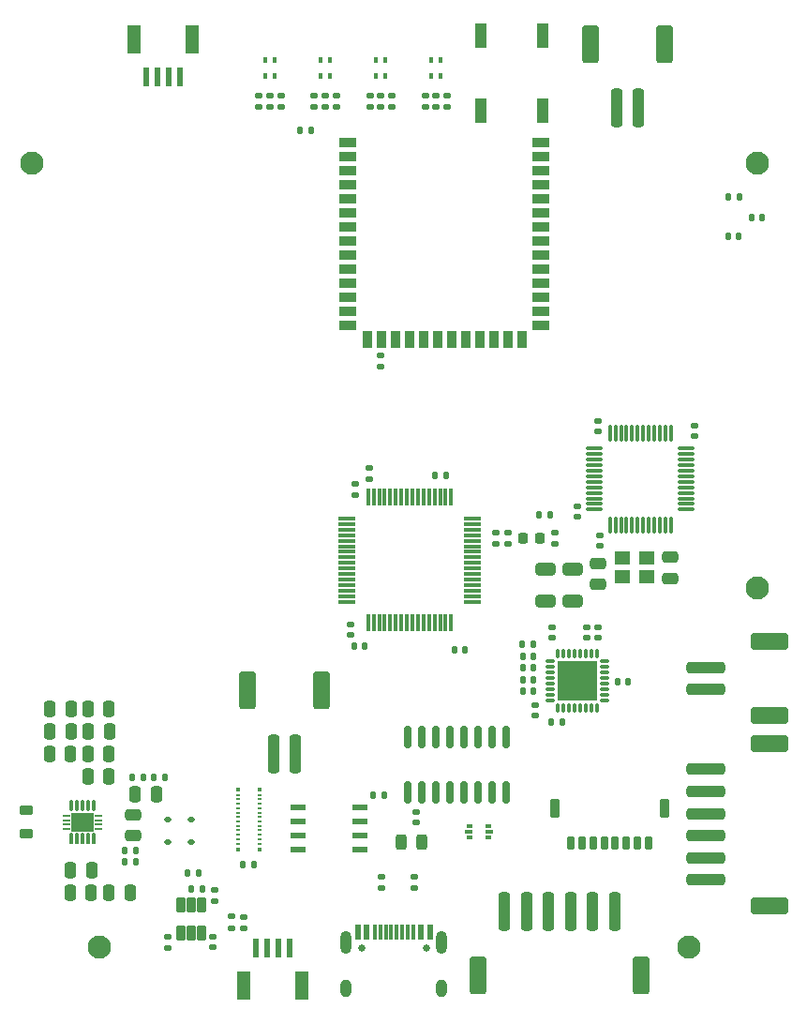
<source format=gbr>
%TF.GenerationSoftware,KiCad,Pcbnew,7.0.5*%
%TF.CreationDate,2023-12-05T08:46:21-08:00*%
%TF.ProjectId,EV10 Board Design,45563130-2042-46f6-9172-642044657369,EV9*%
%TF.SameCoordinates,Original*%
%TF.FileFunction,Soldermask,Top*%
%TF.FilePolarity,Negative*%
%FSLAX46Y46*%
G04 Gerber Fmt 4.6, Leading zero omitted, Abs format (unit mm)*
G04 Created by KiCad (PCBNEW 7.0.5) date 2023-12-05 08:46:21*
%MOMM*%
%LPD*%
G01*
G04 APERTURE LIST*
G04 Aperture macros list*
%AMRoundRect*
0 Rectangle with rounded corners*
0 $1 Rounding radius*
0 $2 $3 $4 $5 $6 $7 $8 $9 X,Y pos of 4 corners*
0 Add a 4 corners polygon primitive as box body*
4,1,4,$2,$3,$4,$5,$6,$7,$8,$9,$2,$3,0*
0 Add four circle primitives for the rounded corners*
1,1,$1+$1,$2,$3*
1,1,$1+$1,$4,$5*
1,1,$1+$1,$6,$7*
1,1,$1+$1,$8,$9*
0 Add four rect primitives between the rounded corners*
20,1,$1+$1,$2,$3,$4,$5,0*
20,1,$1+$1,$4,$5,$6,$7,0*
20,1,$1+$1,$6,$7,$8,$9,0*
20,1,$1+$1,$8,$9,$2,$3,0*%
G04 Aperture macros list end*
%ADD10RoundRect,0.250000X0.250000X0.475000X-0.250000X0.475000X-0.250000X-0.475000X0.250000X-0.475000X0*%
%ADD11RoundRect,0.140000X-0.170000X0.140000X-0.170000X-0.140000X0.170000X-0.140000X0.170000X0.140000X0*%
%ADD12R,1.422400X0.533400*%
%ADD13RoundRect,0.250000X-0.475000X0.250000X-0.475000X-0.250000X0.475000X-0.250000X0.475000X0.250000X0*%
%ADD14RoundRect,0.140000X-0.140000X-0.170000X0.140000X-0.170000X0.140000X0.170000X-0.140000X0.170000X0*%
%ADD15RoundRect,0.250000X-0.250000X-0.475000X0.250000X-0.475000X0.250000X0.475000X-0.250000X0.475000X0*%
%ADD16RoundRect,0.075000X0.075000X-0.662500X0.075000X0.662500X-0.075000X0.662500X-0.075000X-0.662500X0*%
%ADD17RoundRect,0.075000X0.662500X-0.075000X0.662500X0.075000X-0.662500X0.075000X-0.662500X-0.075000X0*%
%ADD18RoundRect,0.135000X0.135000X0.185000X-0.135000X0.185000X-0.135000X-0.185000X0.135000X-0.185000X0*%
%ADD19RoundRect,0.140000X0.140000X0.170000X-0.140000X0.170000X-0.140000X-0.170000X0.140000X-0.170000X0*%
%ADD20RoundRect,0.140000X0.170000X-0.140000X0.170000X0.140000X-0.170000X0.140000X-0.170000X-0.140000X0*%
%ADD21RoundRect,0.135000X-0.185000X0.135000X-0.185000X-0.135000X0.185000X-0.135000X0.185000X0.135000X0*%
%ADD22RoundRect,0.135000X-0.135000X-0.185000X0.135000X-0.185000X0.135000X0.185000X-0.135000X0.185000X0*%
%ADD23RoundRect,0.150000X0.150000X0.475000X-0.150000X0.475000X-0.150000X-0.475000X0.150000X-0.475000X0*%
%ADD24RoundRect,0.225000X0.225000X0.625000X-0.225000X0.625000X-0.225000X-0.625000X0.225000X-0.625000X0*%
%ADD25RoundRect,0.250000X1.500000X-0.250000X1.500000X0.250000X-1.500000X0.250000X-1.500000X-0.250000X0*%
%ADD26RoundRect,0.250001X1.449999X-0.499999X1.449999X0.499999X-1.449999X0.499999X-1.449999X-0.499999X0*%
%ADD27R,0.400000X0.410000*%
%ADD28R,0.400000X0.200000*%
%ADD29RoundRect,0.075000X0.700000X0.075000X-0.700000X0.075000X-0.700000X-0.075000X0.700000X-0.075000X0*%
%ADD30RoundRect,0.075000X0.075000X0.700000X-0.075000X0.700000X-0.075000X-0.700000X0.075000X-0.700000X0*%
%ADD31RoundRect,0.250000X0.250000X1.500000X-0.250000X1.500000X-0.250000X-1.500000X0.250000X-1.500000X0*%
%ADD32RoundRect,0.250001X0.499999X1.449999X-0.499999X1.449999X-0.499999X-1.449999X0.499999X-1.449999X0*%
%ADD33RoundRect,0.243750X-0.243750X-0.456250X0.243750X-0.456250X0.243750X0.456250X-0.243750X0.456250X0*%
%ADD34R,0.500000X1.700000*%
%ADD35R,1.200000X2.500000*%
%ADD36RoundRect,0.218750X-0.218750X-0.256250X0.218750X-0.256250X0.218750X0.256250X-0.218750X0.256250X0*%
%ADD37RoundRect,0.142600X-0.249400X0.564400X-0.249400X-0.564400X0.249400X-0.564400X0.249400X0.564400X0*%
%ADD38RoundRect,0.135000X0.185000X-0.135000X0.185000X0.135000X-0.185000X0.135000X-0.185000X-0.135000X0*%
%ADD39C,2.100000*%
%ADD40R,1.120000X2.160000*%
%ADD41RoundRect,0.250000X0.650000X-0.325000X0.650000X0.325000X-0.650000X0.325000X-0.650000X-0.325000X0*%
%ADD42RoundRect,0.112500X-0.187500X-0.112500X0.187500X-0.112500X0.187500X0.112500X-0.187500X0.112500X0*%
%ADD43RoundRect,0.218750X0.381250X-0.218750X0.381250X0.218750X-0.381250X0.218750X-0.381250X-0.218750X0*%
%ADD44RoundRect,0.007500X-0.372500X-0.117500X0.372500X-0.117500X0.372500X0.117500X-0.372500X0.117500X0*%
%ADD45RoundRect,0.007500X0.117500X-0.372500X0.117500X0.372500X-0.117500X0.372500X-0.117500X-0.372500X0*%
%ADD46R,3.650000X3.650000*%
%ADD47RoundRect,0.250000X0.475000X-0.250000X0.475000X0.250000X-0.475000X0.250000X-0.475000X-0.250000X0*%
%ADD48R,0.400000X0.600000*%
%ADD49RoundRect,0.150000X0.150000X-0.825000X0.150000X0.825000X-0.150000X0.825000X-0.150000X-0.825000X0*%
%ADD50R,1.500000X0.900000*%
%ADD51R,0.900000X1.500000*%
%ADD52RoundRect,0.250000X-0.250000X-1.500000X0.250000X-1.500000X0.250000X1.500000X-0.250000X1.500000X0*%
%ADD53RoundRect,0.250001X-0.499999X-1.449999X0.499999X-1.449999X0.499999X1.449999X-0.499999X1.449999X0*%
%ADD54C,0.650000*%
%ADD55R,0.600000X1.450000*%
%ADD56R,0.300000X1.450000*%
%ADD57O,1.000000X2.100000*%
%ADD58O,1.000000X1.600000*%
%ADD59R,0.500000X0.375000*%
%ADD60R,0.650000X0.300000*%
%ADD61RoundRect,0.070000X0.140000X-0.140000X0.140000X0.140000X-0.140000X0.140000X-0.140000X-0.140000X0*%
%ADD62O,0.420000X0.990000*%
%ADD63R,0.600000X0.230000*%
%ADD64R,0.700000X0.250000*%
%ADD65C,0.600000*%
%ADD66R,0.900000X0.650000*%
%ADD67R,2.150000X1.700000*%
%ADD68R,1.400000X1.200000*%
G04 APERTURE END LIST*
D10*
%TO.C,C45*%
X121100000Y-118870000D03*
X119200000Y-118870000D03*
%TD*%
D11*
%TO.C,C13*%
X146380000Y-111220000D03*
X146380000Y-112180000D03*
%TD*%
D12*
%TO.C,CR1*%
X141606000Y-127795000D03*
X141606000Y-129065000D03*
X141606000Y-130335000D03*
X141606000Y-131605000D03*
X147194000Y-131605000D03*
X147194000Y-130335000D03*
X147194000Y-129065000D03*
X147194000Y-127795000D03*
%TD*%
D11*
%TO.C,C1*%
X133900000Y-139430000D03*
X133900000Y-140390000D03*
%TD*%
D13*
%TO.C,C40*%
X126680000Y-128440000D03*
X126680000Y-130340000D03*
%TD*%
D14*
%TO.C,C22*%
X146660000Y-113240000D03*
X147620000Y-113240000D03*
%TD*%
D15*
%TO.C,C39*%
X124550000Y-135460000D03*
X126450000Y-135460000D03*
%TD*%
D16*
%TO.C,U5*%
X169787500Y-102287500D03*
X170287500Y-102287500D03*
X170787500Y-102287500D03*
X171287500Y-102287500D03*
X171787500Y-102287500D03*
X172287500Y-102287500D03*
X172787500Y-102287500D03*
X173287500Y-102287500D03*
X173787500Y-102287500D03*
X174287500Y-102287500D03*
X174787500Y-102287500D03*
X175287500Y-102287500D03*
D17*
X176700000Y-100875000D03*
X176700000Y-100375000D03*
X176700000Y-99875000D03*
X176700000Y-99375000D03*
X176700000Y-98875000D03*
X176700000Y-98375000D03*
X176700000Y-97875000D03*
X176700000Y-97375000D03*
X176700000Y-96875000D03*
X176700000Y-96375000D03*
X176700000Y-95875000D03*
X176700000Y-95375000D03*
D16*
X175287500Y-93962500D03*
X174787500Y-93962500D03*
X174287500Y-93962500D03*
X173787500Y-93962500D03*
X173287500Y-93962500D03*
X172787500Y-93962500D03*
X172287500Y-93962500D03*
X171787500Y-93962500D03*
X171287500Y-93962500D03*
X170787500Y-93962500D03*
X170287500Y-93962500D03*
X169787500Y-93962500D03*
D17*
X168375000Y-95375000D03*
X168375000Y-95875000D03*
X168375000Y-96375000D03*
X168375000Y-96875000D03*
X168375000Y-97375000D03*
X168375000Y-97875000D03*
X168375000Y-98375000D03*
X168375000Y-98875000D03*
X168375000Y-99375000D03*
X168375000Y-99875000D03*
X168375000Y-100375000D03*
X168375000Y-100875000D03*
%TD*%
D18*
%TO.C,R1*%
X126970000Y-132660000D03*
X125950000Y-132660000D03*
%TD*%
D10*
%TO.C,C38*%
X122940000Y-135470000D03*
X121040000Y-135470000D03*
%TD*%
D18*
%TO.C,R20*%
X129600000Y-125060000D03*
X128580000Y-125060000D03*
%TD*%
D19*
%TO.C,C33*%
X149380000Y-126700000D03*
X148420000Y-126700000D03*
%TD*%
D15*
%TO.C,C42*%
X122620000Y-124960000D03*
X124520000Y-124960000D03*
%TD*%
D20*
%TO.C,C14*%
X146770000Y-99530000D03*
X146770000Y-98570000D03*
%TD*%
D13*
%TO.C,C4*%
X168737500Y-105725000D03*
X168737500Y-107625000D03*
%TD*%
D20*
%TO.C,C3*%
X168737500Y-112455000D03*
X168737500Y-111495000D03*
%TD*%
D21*
%TO.C,R3*%
X149137500Y-134010000D03*
X149137500Y-135030000D03*
%TD*%
D22*
%TO.C,R5*%
X163380000Y-101360000D03*
X164400000Y-101360000D03*
%TD*%
D18*
%TO.C,R10*%
X181482000Y-72636000D03*
X180462000Y-72636000D03*
%TD*%
D23*
%TO.C,J10*%
X173270000Y-130965000D03*
X172270000Y-130965000D03*
X171270000Y-130965000D03*
X170270000Y-130965000D03*
X169270000Y-130965000D03*
X168270000Y-130965000D03*
X167270000Y-130965000D03*
X166270000Y-130965000D03*
D24*
X174720000Y-127840000D03*
X164820000Y-127840000D03*
%TD*%
D25*
%TO.C,J8*%
X178437500Y-134325000D03*
X178437500Y-132325000D03*
X178437500Y-130325000D03*
X178437500Y-128325000D03*
X178437500Y-126325000D03*
X178437500Y-124325000D03*
D26*
X184187500Y-136675000D03*
X184187500Y-121975000D03*
%TD*%
D27*
%TO.C,U13*%
X136227500Y-131540000D03*
D28*
X136227500Y-131035000D03*
X136227500Y-130635000D03*
X136227500Y-130232924D03*
X136227500Y-129835000D03*
X136227500Y-129435000D03*
X136227500Y-129035000D03*
X136227500Y-128635000D03*
X136227500Y-128235000D03*
X136227500Y-127835000D03*
X136227500Y-127435000D03*
X136227500Y-127035000D03*
X136227500Y-126635000D03*
D27*
X136227500Y-126130000D03*
X138107500Y-126130000D03*
D28*
X138107500Y-126635000D03*
X138107500Y-127035000D03*
X138107500Y-127435000D03*
X138107500Y-127835000D03*
X138107500Y-128235000D03*
X138107500Y-128635000D03*
X138107500Y-129035000D03*
X138107500Y-129435000D03*
X138107500Y-129835000D03*
X138107500Y-130232924D03*
X138107500Y-130635000D03*
X138107500Y-131035000D03*
D27*
X138107500Y-131540000D03*
%TD*%
D29*
%TO.C,U1*%
X157370000Y-109190000D03*
X157370000Y-108690000D03*
X157370000Y-108190000D03*
X157370000Y-107690000D03*
X157370000Y-107190000D03*
X157370000Y-106690000D03*
X157370000Y-106190000D03*
X157370000Y-105690000D03*
X157370000Y-105190000D03*
X157370000Y-104690000D03*
X157370000Y-104190000D03*
X157370000Y-103690000D03*
X157370000Y-103190000D03*
X157370000Y-102690000D03*
X157370000Y-102190000D03*
X157370000Y-101690000D03*
D30*
X155445000Y-99765000D03*
X154945000Y-99765000D03*
X154445000Y-99765000D03*
X153945000Y-99765000D03*
X153445000Y-99765000D03*
X152945000Y-99765000D03*
X152445000Y-99765000D03*
X151945000Y-99765000D03*
X151445000Y-99765000D03*
X150945000Y-99765000D03*
X150445000Y-99765000D03*
X149945000Y-99765000D03*
X149445000Y-99765000D03*
X148945000Y-99765000D03*
X148445000Y-99765000D03*
X147945000Y-99765000D03*
D29*
X146020000Y-101690000D03*
X146020000Y-102190000D03*
X146020000Y-102690000D03*
X146020000Y-103190000D03*
X146020000Y-103690000D03*
X146020000Y-104190000D03*
X146020000Y-104690000D03*
X146020000Y-105190000D03*
X146020000Y-105690000D03*
X146020000Y-106190000D03*
X146020000Y-106690000D03*
X146020000Y-107190000D03*
X146020000Y-107690000D03*
X146020000Y-108190000D03*
X146020000Y-108690000D03*
X146020000Y-109190000D03*
D30*
X147945000Y-111115000D03*
X148445000Y-111115000D03*
X148945000Y-111115000D03*
X149445000Y-111115000D03*
X149945000Y-111115000D03*
X150445000Y-111115000D03*
X150945000Y-111115000D03*
X151445000Y-111115000D03*
X151945000Y-111115000D03*
X152445000Y-111115000D03*
X152945000Y-111115000D03*
X153445000Y-111115000D03*
X153945000Y-111115000D03*
X154445000Y-111115000D03*
X154945000Y-111115000D03*
X155445000Y-111115000D03*
%TD*%
D20*
%TO.C,C16*%
X163037500Y-119505000D03*
X163037500Y-118545000D03*
%TD*%
D31*
%TO.C,J1*%
X141400000Y-122950000D03*
X139400000Y-122950000D03*
D32*
X143750000Y-117200000D03*
X137050000Y-117200000D03*
%TD*%
D33*
%TO.C,D1*%
X150932500Y-130940000D03*
X152807500Y-130940000D03*
%TD*%
D15*
%TO.C,C48*%
X122660000Y-120890000D03*
X124560000Y-120890000D03*
%TD*%
D34*
%TO.C,J13*%
X130940000Y-61850000D03*
X129940000Y-61850000D03*
X128940000Y-61850000D03*
X127940000Y-61850000D03*
D35*
X132040000Y-58450000D03*
X126840000Y-58450000D03*
%TD*%
D36*
%TO.C,120R1*%
X161912500Y-103425000D03*
X163487500Y-103425000D03*
%TD*%
D37*
%TO.C,U2*%
X132900000Y-136565000D03*
X131950000Y-136565000D03*
X131000000Y-136565000D03*
X131000000Y-139075000D03*
X131950000Y-139075000D03*
X132900000Y-139075000D03*
%TD*%
D38*
%TO.C,R22*%
X134040000Y-136230000D03*
X134040000Y-135210000D03*
%TD*%
%TO.C,R17*%
X154100000Y-64510000D03*
X154100000Y-63490000D03*
%TD*%
D21*
%TO.C,R13*%
X140100000Y-63490000D03*
X140100000Y-64510000D03*
%TD*%
D18*
%TO.C,R19*%
X127650000Y-125060000D03*
X126630000Y-125060000D03*
%TD*%
%TO.C,R4*%
X142810000Y-66600000D03*
X141790000Y-66600000D03*
%TD*%
D39*
%TO.C,REF\u002A\u002A*%
X176937500Y-140345000D03*
%TD*%
D11*
%TO.C,C8*%
X159500000Y-102995000D03*
X159500000Y-103955000D03*
%TD*%
D15*
%TO.C,C46*%
X122650000Y-118860000D03*
X124550000Y-118860000D03*
%TD*%
D22*
%TO.C,R27*%
X131990000Y-135120000D03*
X133010000Y-135120000D03*
%TD*%
D21*
%TO.C,R12*%
X148100000Y-63490000D03*
X148100000Y-64510000D03*
%TD*%
%TO.C,R11*%
X149100000Y-63490000D03*
X149100000Y-64510000D03*
%TD*%
D11*
%TO.C,C21*%
X148080000Y-97140000D03*
X148080000Y-98100000D03*
%TD*%
D40*
%TO.C,SW5*%
X158112000Y-58095000D03*
X158112000Y-64825000D03*
%TD*%
D21*
%TO.C,R6*%
X150100000Y-63490000D03*
X150100000Y-64510000D03*
%TD*%
D38*
%TO.C,R16*%
X155100000Y-64510000D03*
X155100000Y-63490000D03*
%TD*%
D25*
%TO.C,J2*%
X178437500Y-117125000D03*
X178437500Y-115125000D03*
D26*
X184187500Y-119475000D03*
X184187500Y-112775000D03*
%TD*%
D39*
%TO.C,REF\u002A\u002A*%
X183087500Y-107925000D03*
%TD*%
D41*
%TO.C,C29*%
X166437500Y-109180000D03*
X166437500Y-106230000D03*
%TD*%
D14*
%TO.C,C27*%
X161907500Y-117275000D03*
X162867500Y-117275000D03*
%TD*%
D22*
%TO.C,R21*%
X125940000Y-131670000D03*
X126960000Y-131670000D03*
%TD*%
D42*
%TO.C,D2*%
X129832500Y-128830000D03*
X131932500Y-128830000D03*
%TD*%
D11*
%TO.C,C10*%
X164800000Y-102995000D03*
X164800000Y-103955000D03*
%TD*%
D38*
%TO.C,R24*%
X144100000Y-64510000D03*
X144100000Y-63490000D03*
%TD*%
D19*
%TO.C,C36*%
X183520000Y-74500000D03*
X182560000Y-74500000D03*
%TD*%
%TO.C,C35*%
X181452000Y-76192000D03*
X180492000Y-76192000D03*
%TD*%
%TO.C,C12*%
X156690000Y-113530000D03*
X155730000Y-113530000D03*
%TD*%
D38*
%TO.C,R18*%
X153099500Y-64510000D03*
X153099500Y-63490000D03*
%TD*%
D21*
%TO.C,R2*%
X152087500Y-134015000D03*
X152087500Y-135035000D03*
%TD*%
D20*
%TO.C,C25*%
X177437500Y-94255000D03*
X177437500Y-93295000D03*
%TD*%
D38*
%TO.C,R32*%
X149100000Y-88010000D03*
X149100000Y-86990000D03*
%TD*%
D21*
%TO.C,R8*%
X135627500Y-137625000D03*
X135627500Y-138645000D03*
%TD*%
D43*
%TO.C,L1*%
X117030000Y-130102500D03*
X117030000Y-127977500D03*
%TD*%
D14*
%TO.C,C15*%
X164507500Y-120075000D03*
X165467500Y-120075000D03*
%TD*%
D21*
%TO.C,R15*%
X138100000Y-63490000D03*
X138100000Y-64510000D03*
%TD*%
D44*
%TO.C,U6*%
X164365000Y-114575000D03*
X164365000Y-115075000D03*
X164365000Y-115575000D03*
X164365000Y-116075000D03*
X164365000Y-116575000D03*
X164365000Y-117075000D03*
X164365000Y-117575000D03*
X164365000Y-118075000D03*
D45*
X165090000Y-118800000D03*
X165590000Y-118800000D03*
X166090000Y-118800000D03*
X166590000Y-118800000D03*
X167090000Y-118800000D03*
X167590000Y-118800000D03*
X168090000Y-118800000D03*
X168590000Y-118800000D03*
D44*
X169315000Y-118075000D03*
X169315000Y-117575000D03*
X169315000Y-117075000D03*
X169315000Y-116575000D03*
X169315000Y-116075000D03*
X169315000Y-115575000D03*
X169315000Y-115075000D03*
X169315000Y-114575000D03*
D45*
X168590000Y-113850000D03*
X168090000Y-113850000D03*
X167590000Y-113850000D03*
X167090000Y-113850000D03*
X166590000Y-113850000D03*
X166090000Y-113850000D03*
X165590000Y-113850000D03*
X165090000Y-113850000D03*
D46*
X166840000Y-116325000D03*
%TD*%
D47*
%TO.C,C23*%
X175187500Y-107075000D03*
X175187500Y-105175000D03*
%TD*%
D18*
%TO.C,R9*%
X162897500Y-113075000D03*
X161877500Y-113075000D03*
%TD*%
D21*
%TO.C,R14*%
X139100000Y-63490000D03*
X139100000Y-64510000D03*
%TD*%
D41*
%TO.C,C30*%
X164007500Y-109180000D03*
X164007500Y-106230000D03*
%TD*%
D40*
%TO.C,SW4*%
X163700000Y-58095000D03*
X163700000Y-64825000D03*
%TD*%
D48*
%TO.C,D4*%
X153662500Y-61695000D03*
X153662500Y-60295000D03*
X154462500Y-60295000D03*
X154462500Y-61695000D03*
%TD*%
D39*
%TO.C,REF\u002A\u002A*%
X117587500Y-69625000D03*
%TD*%
D42*
%TO.C,D6*%
X129830000Y-130890000D03*
X131930000Y-130890000D03*
%TD*%
D49*
%TO.C,U3*%
X151492500Y-126370000D03*
X152762500Y-126370000D03*
X154032500Y-126370000D03*
X155302500Y-126370000D03*
X156572500Y-126370000D03*
X157842500Y-126370000D03*
X159112500Y-126370000D03*
X160382500Y-126370000D03*
X160382500Y-121420000D03*
X159112500Y-121420000D03*
X157842500Y-121420000D03*
X156572500Y-121420000D03*
X155302500Y-121420000D03*
X154032500Y-121420000D03*
X152762500Y-121420000D03*
X151492500Y-121420000D03*
%TD*%
D38*
%TO.C,R23*%
X145100000Y-64510000D03*
X145100000Y-63490000D03*
%TD*%
D11*
%TO.C,C34*%
X168730000Y-92880000D03*
X168730000Y-93840000D03*
%TD*%
D34*
%TO.C,J7*%
X137840000Y-140470000D03*
X138840000Y-140470000D03*
X139840000Y-140470000D03*
X140840000Y-140470000D03*
D35*
X136740000Y-143870000D03*
X141940000Y-143870000D03*
%TD*%
D18*
%TO.C,R41*%
X137627500Y-132905000D03*
X136607500Y-132905000D03*
%TD*%
D14*
%TO.C,C18*%
X161907500Y-116225000D03*
X162867500Y-116225000D03*
%TD*%
%TO.C,C2*%
X131660000Y-133680000D03*
X132620000Y-133680000D03*
%TD*%
%TO.C,C6*%
X170497500Y-116405000D03*
X171457500Y-116405000D03*
%TD*%
D15*
%TO.C,C41*%
X126910000Y-126610000D03*
X128810000Y-126610000D03*
%TD*%
D48*
%TO.C,D3*%
X138662500Y-61695000D03*
X138662500Y-60295000D03*
X139462500Y-60295000D03*
X139462500Y-61695000D03*
%TD*%
D50*
%TO.C,U11*%
X146075000Y-67740000D03*
X146075000Y-69010000D03*
X146075000Y-70280000D03*
X146075000Y-71550000D03*
X146075000Y-72820000D03*
X146075000Y-74090000D03*
X146075000Y-75360000D03*
X146075000Y-76630000D03*
X146075000Y-77900000D03*
X146075000Y-79170000D03*
X146075000Y-80440000D03*
X146075000Y-81710000D03*
X146075000Y-82980000D03*
X146075000Y-84250000D03*
D51*
X147840000Y-85500000D03*
X149110000Y-85500000D03*
X150380000Y-85500000D03*
X151650000Y-85500000D03*
X152920000Y-85500000D03*
X154190000Y-85500000D03*
X155460000Y-85500000D03*
X156730000Y-85500000D03*
X158000000Y-85500000D03*
X159270000Y-85500000D03*
X160540000Y-85500000D03*
X161810000Y-85500000D03*
D50*
X163575000Y-84250000D03*
X163575000Y-82980000D03*
X163575000Y-81710000D03*
X163575000Y-80440000D03*
X163575000Y-79170000D03*
X163575000Y-77900000D03*
X163575000Y-76630000D03*
X163575000Y-75360000D03*
X163575000Y-74090000D03*
X163575000Y-72820000D03*
X163575000Y-71550000D03*
X163575000Y-70280000D03*
X163575000Y-69010000D03*
X163575000Y-67740000D03*
%TD*%
D21*
%TO.C,R26*%
X129890000Y-139410000D03*
X129890000Y-140430000D03*
%TD*%
D14*
%TO.C,C17*%
X161907500Y-115175000D03*
X162867500Y-115175000D03*
%TD*%
D11*
%TO.C,C7*%
X164537500Y-111495000D03*
X164537500Y-112455000D03*
%TD*%
D52*
%TO.C,J11*%
X160237500Y-137175000D03*
X162237500Y-137175000D03*
X164237500Y-137175000D03*
X166237500Y-137175000D03*
X168237500Y-137175000D03*
X170237500Y-137175000D03*
D53*
X157887500Y-142925000D03*
X172587500Y-142925000D03*
%TD*%
D20*
%TO.C,C32*%
X152297500Y-129135000D03*
X152297500Y-128175000D03*
%TD*%
D11*
%TO.C,C31*%
X167687500Y-111495000D03*
X167687500Y-112455000D03*
%TD*%
D10*
%TO.C,C43*%
X121080000Y-122930000D03*
X119180000Y-122930000D03*
%TD*%
D39*
%TO.C,REF\u002A\u002A*%
X183120000Y-69625000D03*
%TD*%
D11*
%TO.C,C9*%
X160600000Y-102995000D03*
X160600000Y-103955000D03*
%TD*%
%TO.C,C24*%
X168847500Y-103185000D03*
X168847500Y-104145000D03*
%TD*%
D31*
%TO.C,J5*%
X172390000Y-64610000D03*
X170390000Y-64610000D03*
D32*
X174740000Y-58860000D03*
X168040000Y-58860000D03*
%TD*%
D39*
%TO.C,REF\u002A\u002A*%
X123637500Y-140345000D03*
%TD*%
D54*
%TO.C,J9*%
X147397500Y-140446000D03*
X153177500Y-140446000D03*
D55*
X147037500Y-139001000D03*
X147837500Y-139001000D03*
D56*
X149037500Y-139001000D03*
X150037500Y-139001000D03*
X150537500Y-139001000D03*
X151537500Y-139001000D03*
D55*
X152737500Y-139001000D03*
X153537500Y-139001000D03*
X153537500Y-139001000D03*
X152737500Y-139001000D03*
D56*
X152037500Y-139001000D03*
X151037500Y-139001000D03*
X149537500Y-139001000D03*
X148537500Y-139001000D03*
D55*
X147837500Y-139001000D03*
X147037500Y-139001000D03*
D57*
X145967500Y-139916000D03*
D58*
X145967500Y-144096000D03*
D57*
X154607500Y-139916000D03*
D58*
X154607500Y-144096000D03*
%TD*%
D48*
%TO.C,D5*%
X143662500Y-61695000D03*
X143662500Y-60295000D03*
X144462500Y-60295000D03*
X144462500Y-61695000D03*
%TD*%
D14*
%TO.C,C11*%
X154020000Y-97775000D03*
X154980000Y-97775000D03*
%TD*%
D48*
%TO.C,D18*%
X148662500Y-61695000D03*
X148662500Y-60295000D03*
X149462500Y-60295000D03*
X149462500Y-61695000D03*
%TD*%
D59*
%TO.C,U4*%
X157087500Y-129437500D03*
D60*
X157012500Y-129975000D03*
D59*
X157087500Y-130512500D03*
X158787500Y-130512500D03*
D60*
X158862500Y-129975000D03*
D59*
X158787500Y-129437500D03*
%TD*%
D10*
%TO.C,C37*%
X122960000Y-133440000D03*
X121060000Y-133440000D03*
%TD*%
D19*
%TO.C,C28*%
X162867500Y-114125000D03*
X161907500Y-114125000D03*
%TD*%
D21*
%TO.C,R7*%
X136737500Y-137665000D03*
X136737500Y-138685000D03*
%TD*%
D61*
%TO.C,U7*%
X121140000Y-130870000D03*
D62*
X121140000Y-130585000D03*
D61*
X121640000Y-130870000D03*
D62*
X121640000Y-130585000D03*
D61*
X122140000Y-130870000D03*
D62*
X122140000Y-130585000D03*
D61*
X122640000Y-130870000D03*
D62*
X122640000Y-130585000D03*
D61*
X123140000Y-130870000D03*
D62*
X123140000Y-130585000D03*
X123140000Y-127635000D03*
D61*
X123140000Y-127350000D03*
D62*
X122640000Y-127635000D03*
D61*
X122640000Y-127350000D03*
D62*
X122140000Y-127635000D03*
D61*
X122140000Y-127350000D03*
D62*
X121640000Y-127635000D03*
D61*
X121640000Y-127350000D03*
D62*
X121140000Y-127635000D03*
D61*
X121140000Y-127350000D03*
D63*
X120715000Y-129710000D03*
D64*
X120715000Y-129710000D03*
D63*
X123565000Y-129710000D03*
D64*
X123565000Y-129710000D03*
D65*
X121640000Y-129610000D03*
X122640000Y-129610000D03*
D66*
X121580000Y-129545000D03*
X122700000Y-129545000D03*
D63*
X120715000Y-129310000D03*
D64*
X120715000Y-129310000D03*
D63*
X123565000Y-129310000D03*
D64*
X123565000Y-129310000D03*
D65*
X122140000Y-129110000D03*
D67*
X122140000Y-129110000D03*
D63*
X120715000Y-128910000D03*
D64*
X120715000Y-128910000D03*
D63*
X123565000Y-128910000D03*
D64*
X123565000Y-128910000D03*
D66*
X121580000Y-128675000D03*
X122700000Y-128675000D03*
D65*
X121640000Y-128610000D03*
X122640000Y-128610000D03*
D63*
X120715000Y-128510000D03*
D64*
X120715000Y-128510000D03*
D63*
X123565000Y-128510000D03*
D64*
X123565000Y-128510000D03*
%TD*%
D15*
%TO.C,C47*%
X122650000Y-122920000D03*
X124550000Y-122920000D03*
%TD*%
D10*
%TO.C,C44*%
X121090000Y-120900000D03*
X119190000Y-120900000D03*
%TD*%
D20*
%TO.C,C26*%
X166840000Y-101550000D03*
X166840000Y-100590000D03*
%TD*%
D38*
%TO.C,R25*%
X143084000Y-64510000D03*
X143084000Y-63490000D03*
%TD*%
D68*
%TO.C,Y1*%
X170887500Y-106975000D03*
X173087500Y-106975000D03*
X173087500Y-105275000D03*
X170887500Y-105275000D03*
%TD*%
M02*

</source>
